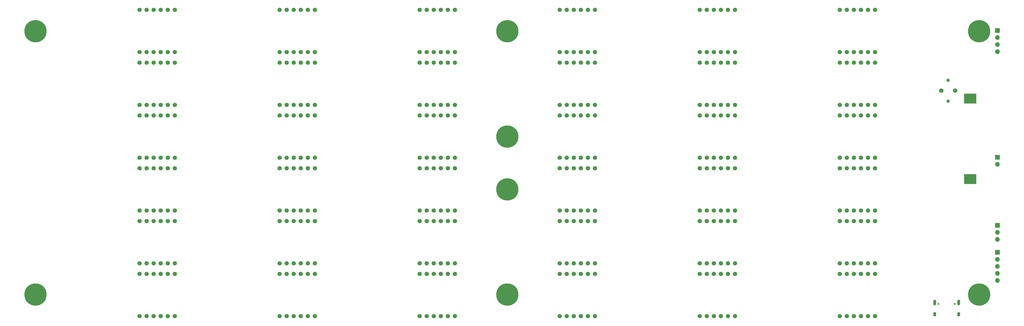
<source format=gbs>
%TF.GenerationSoftware,KiCad,Pcbnew,5.1.12-84ad8e8a86~92~ubuntu20.04.1*%
%TF.CreationDate,2022-07-11T23:01:20-05:00*%
%TF.ProjectId,kilosegment_clock,6b696c6f-7365-4676-9d65-6e745f636c6f,rev?*%
%TF.SameCoordinates,Original*%
%TF.FileFunction,Soldermask,Bot*%
%TF.FilePolarity,Negative*%
%FSLAX46Y46*%
G04 Gerber Fmt 4.6, Leading zero omitted, Abs format (unit mm)*
G04 Created by KiCad (PCBNEW 5.1.12-84ad8e8a86~92~ubuntu20.04.1) date 2022-07-11 23:01:20*
%MOMM*%
%LPD*%
G01*
G04 APERTURE LIST*
%ADD10C,1.550000*%
%ADD11O,1.000000X2.100000*%
%ADD12C,0.650000*%
%ADD13O,1.000000X1.600000*%
%ADD14C,8.000000*%
%ADD15O,1.700000X1.700000*%
%ADD16R,1.700000X1.700000*%
%ADD17R,4.500000X3.600000*%
%ADD18C,1.600000*%
%ADD19C,1.200000*%
G04 APERTURE END LIST*
D10*
%TO.C,D38*%
X324600000Y-141740000D03*
X322060000Y-141740000D03*
X319520000Y-141740000D03*
X327140000Y-141740000D03*
X316980000Y-141740000D03*
X329680000Y-141740000D03*
X316980000Y-126500000D03*
X329680000Y-126500000D03*
X327140000Y-126500000D03*
X324600000Y-126500000D03*
X319520000Y-126500000D03*
X322060000Y-126500000D03*
%TD*%
%TO.C,D37*%
X274150000Y-141740000D03*
X271610000Y-141740000D03*
X269070000Y-141740000D03*
X276690000Y-141740000D03*
X266530000Y-141740000D03*
X279230000Y-141740000D03*
X266530000Y-126500000D03*
X279230000Y-126500000D03*
X276690000Y-126500000D03*
X274150000Y-126500000D03*
X269070000Y-126500000D03*
X271610000Y-126500000D03*
%TD*%
%TO.C,D36*%
X324600000Y-122690000D03*
X322060000Y-122690000D03*
X319520000Y-122690000D03*
X327140000Y-122690000D03*
X316980000Y-122690000D03*
X329680000Y-122690000D03*
X316980000Y-107450000D03*
X329680000Y-107450000D03*
X327140000Y-107450000D03*
X324600000Y-107450000D03*
X319520000Y-107450000D03*
X322060000Y-107450000D03*
%TD*%
%TO.C,D35*%
X274150000Y-122690000D03*
X271610000Y-122690000D03*
X269070000Y-122690000D03*
X276690000Y-122690000D03*
X266530000Y-122690000D03*
X279230000Y-122690000D03*
X266530000Y-107450000D03*
X279230000Y-107450000D03*
X276690000Y-107450000D03*
X274150000Y-107450000D03*
X269070000Y-107450000D03*
X271610000Y-107450000D03*
%TD*%
%TO.C,D34*%
X324600000Y-103640000D03*
X322060000Y-103640000D03*
X319520000Y-103640000D03*
X327140000Y-103640000D03*
X316980000Y-103640000D03*
X329680000Y-103640000D03*
X316980000Y-88400000D03*
X329680000Y-88400000D03*
X327140000Y-88400000D03*
X324600000Y-88400000D03*
X319520000Y-88400000D03*
X322060000Y-88400000D03*
%TD*%
%TO.C,D33*%
X274150000Y-103640000D03*
X271610000Y-103640000D03*
X269070000Y-103640000D03*
X276690000Y-103640000D03*
X266530000Y-103640000D03*
X279230000Y-103640000D03*
X266530000Y-88400000D03*
X279230000Y-88400000D03*
X276690000Y-88400000D03*
X274150000Y-88400000D03*
X269070000Y-88400000D03*
X271610000Y-88400000D03*
%TD*%
%TO.C,D32*%
X324600000Y-84590000D03*
X322060000Y-84590000D03*
X319520000Y-84590000D03*
X327140000Y-84590000D03*
X316980000Y-84590000D03*
X329680000Y-84590000D03*
X316980000Y-69350000D03*
X329680000Y-69350000D03*
X327140000Y-69350000D03*
X324600000Y-69350000D03*
X319520000Y-69350000D03*
X322060000Y-69350000D03*
%TD*%
%TO.C,D31*%
X274150000Y-84590000D03*
X271610000Y-84590000D03*
X269070000Y-84590000D03*
X276690000Y-84590000D03*
X266530000Y-84590000D03*
X279230000Y-84590000D03*
X266530000Y-69350000D03*
X279230000Y-69350000D03*
X276690000Y-69350000D03*
X274150000Y-69350000D03*
X269070000Y-69350000D03*
X271610000Y-69350000D03*
%TD*%
%TO.C,D30*%
X324600000Y-65540000D03*
X322060000Y-65540000D03*
X319520000Y-65540000D03*
X327140000Y-65540000D03*
X316980000Y-65540000D03*
X329680000Y-65540000D03*
X316980000Y-50300000D03*
X329680000Y-50300000D03*
X327140000Y-50300000D03*
X324600000Y-50300000D03*
X319520000Y-50300000D03*
X322060000Y-50300000D03*
%TD*%
%TO.C,D29*%
X274150000Y-65540000D03*
X271610000Y-65540000D03*
X269070000Y-65540000D03*
X276690000Y-65540000D03*
X266530000Y-65540000D03*
X279230000Y-65540000D03*
X266530000Y-50300000D03*
X279230000Y-50300000D03*
X276690000Y-50300000D03*
X274150000Y-50300000D03*
X269070000Y-50300000D03*
X271610000Y-50300000D03*
%TD*%
%TO.C,D28*%
X324600000Y-46490000D03*
X322060000Y-46490000D03*
X319520000Y-46490000D03*
X327140000Y-46490000D03*
X316980000Y-46490000D03*
X329680000Y-46490000D03*
X316980000Y-31250000D03*
X329680000Y-31250000D03*
X327140000Y-31250000D03*
X324600000Y-31250000D03*
X319520000Y-31250000D03*
X322060000Y-31250000D03*
%TD*%
%TO.C,D27*%
X274150000Y-46490000D03*
X271610000Y-46490000D03*
X269070000Y-46490000D03*
X276690000Y-46490000D03*
X266530000Y-46490000D03*
X279230000Y-46490000D03*
X266530000Y-31250000D03*
X279230000Y-31250000D03*
X276690000Y-31250000D03*
X274150000Y-31250000D03*
X269070000Y-31250000D03*
X271610000Y-31250000D03*
%TD*%
%TO.C,D26*%
X223700000Y-141740000D03*
X221160000Y-141740000D03*
X218620000Y-141740000D03*
X226240000Y-141740000D03*
X216080000Y-141740000D03*
X228780000Y-141740000D03*
X216080000Y-126500000D03*
X228780000Y-126500000D03*
X226240000Y-126500000D03*
X223700000Y-126500000D03*
X218620000Y-126500000D03*
X221160000Y-126500000D03*
%TD*%
%TO.C,D25*%
X173250000Y-141740000D03*
X170710000Y-141740000D03*
X168170000Y-141740000D03*
X175790000Y-141740000D03*
X165630000Y-141740000D03*
X178330000Y-141740000D03*
X165630000Y-126500000D03*
X178330000Y-126500000D03*
X175790000Y-126500000D03*
X173250000Y-126500000D03*
X168170000Y-126500000D03*
X170710000Y-126500000D03*
%TD*%
%TO.C,D24*%
X122800000Y-141740000D03*
X120260000Y-141740000D03*
X117720000Y-141740000D03*
X125340000Y-141740000D03*
X115180000Y-141740000D03*
X127880000Y-141740000D03*
X115180000Y-126500000D03*
X127880000Y-126500000D03*
X125340000Y-126500000D03*
X122800000Y-126500000D03*
X117720000Y-126500000D03*
X120260000Y-126500000D03*
%TD*%
%TO.C,D23*%
X72350000Y-141740000D03*
X69810000Y-141740000D03*
X67270000Y-141740000D03*
X74890000Y-141740000D03*
X64730000Y-141740000D03*
X77430000Y-141740000D03*
X64730000Y-126500000D03*
X77430000Y-126500000D03*
X74890000Y-126500000D03*
X72350000Y-126500000D03*
X67270000Y-126500000D03*
X69810000Y-126500000D03*
%TD*%
%TO.C,D22*%
X223700000Y-122690000D03*
X221160000Y-122690000D03*
X218620000Y-122690000D03*
X226240000Y-122690000D03*
X216080000Y-122690000D03*
X228780000Y-122690000D03*
X216080000Y-107450000D03*
X228780000Y-107450000D03*
X226240000Y-107450000D03*
X223700000Y-107450000D03*
X218620000Y-107450000D03*
X221160000Y-107450000D03*
%TD*%
%TO.C,D21*%
X173250000Y-122690000D03*
X170710000Y-122690000D03*
X168170000Y-122690000D03*
X175790000Y-122690000D03*
X165630000Y-122690000D03*
X178330000Y-122690000D03*
X165630000Y-107450000D03*
X178330000Y-107450000D03*
X175790000Y-107450000D03*
X173250000Y-107450000D03*
X168170000Y-107450000D03*
X170710000Y-107450000D03*
%TD*%
%TO.C,D20*%
X122800000Y-122690000D03*
X120260000Y-122690000D03*
X117720000Y-122690000D03*
X125340000Y-122690000D03*
X115180000Y-122690000D03*
X127880000Y-122690000D03*
X115180000Y-107450000D03*
X127880000Y-107450000D03*
X125340000Y-107450000D03*
X122800000Y-107450000D03*
X117720000Y-107450000D03*
X120260000Y-107450000D03*
%TD*%
%TO.C,D19*%
X72350000Y-122690000D03*
X69810000Y-122690000D03*
X67270000Y-122690000D03*
X74890000Y-122690000D03*
X64730000Y-122690000D03*
X77430000Y-122690000D03*
X64730000Y-107450000D03*
X77430000Y-107450000D03*
X74890000Y-107450000D03*
X72350000Y-107450000D03*
X67270000Y-107450000D03*
X69810000Y-107450000D03*
%TD*%
%TO.C,D18*%
X223700000Y-103640000D03*
X221160000Y-103640000D03*
X218620000Y-103640000D03*
X226240000Y-103640000D03*
X216080000Y-103640000D03*
X228780000Y-103640000D03*
X216080000Y-88400000D03*
X228780000Y-88400000D03*
X226240000Y-88400000D03*
X223700000Y-88400000D03*
X218620000Y-88400000D03*
X221160000Y-88400000D03*
%TD*%
%TO.C,D17*%
X173250000Y-103640000D03*
X170710000Y-103640000D03*
X168170000Y-103640000D03*
X175790000Y-103640000D03*
X165630000Y-103640000D03*
X178330000Y-103640000D03*
X165630000Y-88400000D03*
X178330000Y-88400000D03*
X175790000Y-88400000D03*
X173250000Y-88400000D03*
X168170000Y-88400000D03*
X170710000Y-88400000D03*
%TD*%
%TO.C,D16*%
X122800000Y-103640000D03*
X120260000Y-103640000D03*
X117720000Y-103640000D03*
X125340000Y-103640000D03*
X115180000Y-103640000D03*
X127880000Y-103640000D03*
X115180000Y-88400000D03*
X127880000Y-88400000D03*
X125340000Y-88400000D03*
X122800000Y-88400000D03*
X117720000Y-88400000D03*
X120260000Y-88400000D03*
%TD*%
%TO.C,D15*%
X72350000Y-103640000D03*
X69810000Y-103640000D03*
X67270000Y-103640000D03*
X74890000Y-103640000D03*
X64730000Y-103640000D03*
X77430000Y-103640000D03*
X64730000Y-88400000D03*
X77430000Y-88400000D03*
X74890000Y-88400000D03*
X72350000Y-88400000D03*
X67270000Y-88400000D03*
X69810000Y-88400000D03*
%TD*%
%TO.C,D14*%
X223700000Y-84590000D03*
X221160000Y-84590000D03*
X218620000Y-84590000D03*
X226240000Y-84590000D03*
X216080000Y-84590000D03*
X228780000Y-84590000D03*
X216080000Y-69350000D03*
X228780000Y-69350000D03*
X226240000Y-69350000D03*
X223700000Y-69350000D03*
X218620000Y-69350000D03*
X221160000Y-69350000D03*
%TD*%
%TO.C,D13*%
X173250000Y-84590000D03*
X170710000Y-84590000D03*
X168170000Y-84590000D03*
X175790000Y-84590000D03*
X165630000Y-84590000D03*
X178330000Y-84590000D03*
X165630000Y-69350000D03*
X178330000Y-69350000D03*
X175790000Y-69350000D03*
X173250000Y-69350000D03*
X168170000Y-69350000D03*
X170710000Y-69350000D03*
%TD*%
%TO.C,D12*%
X122800000Y-84590000D03*
X120260000Y-84590000D03*
X117720000Y-84590000D03*
X125340000Y-84590000D03*
X115180000Y-84590000D03*
X127880000Y-84590000D03*
X115180000Y-69350000D03*
X127880000Y-69350000D03*
X125340000Y-69350000D03*
X122800000Y-69350000D03*
X117720000Y-69350000D03*
X120260000Y-69350000D03*
%TD*%
%TO.C,D11*%
X72350000Y-84590000D03*
X69810000Y-84590000D03*
X67270000Y-84590000D03*
X74890000Y-84590000D03*
X64730000Y-84590000D03*
X77430000Y-84590000D03*
X64730000Y-69350000D03*
X77430000Y-69350000D03*
X74890000Y-69350000D03*
X72350000Y-69350000D03*
X67270000Y-69350000D03*
X69810000Y-69350000D03*
%TD*%
%TO.C,D10*%
X223700000Y-65540000D03*
X221160000Y-65540000D03*
X218620000Y-65540000D03*
X226240000Y-65540000D03*
X216080000Y-65540000D03*
X228780000Y-65540000D03*
X216080000Y-50300000D03*
X228780000Y-50300000D03*
X226240000Y-50300000D03*
X223700000Y-50300000D03*
X218620000Y-50300000D03*
X221160000Y-50300000D03*
%TD*%
%TO.C,D9*%
X173250000Y-65540000D03*
X170710000Y-65540000D03*
X168170000Y-65540000D03*
X175790000Y-65540000D03*
X165630000Y-65540000D03*
X178330000Y-65540000D03*
X165630000Y-50300000D03*
X178330000Y-50300000D03*
X175790000Y-50300000D03*
X173250000Y-50300000D03*
X168170000Y-50300000D03*
X170710000Y-50300000D03*
%TD*%
%TO.C,D8*%
X122800000Y-65540000D03*
X120260000Y-65540000D03*
X117720000Y-65540000D03*
X125340000Y-65540000D03*
X115180000Y-65540000D03*
X127880000Y-65540000D03*
X115180000Y-50300000D03*
X127880000Y-50300000D03*
X125340000Y-50300000D03*
X122800000Y-50300000D03*
X117720000Y-50300000D03*
X120260000Y-50300000D03*
%TD*%
%TO.C,D7*%
X72350000Y-65540000D03*
X69810000Y-65540000D03*
X67270000Y-65540000D03*
X74890000Y-65540000D03*
X64730000Y-65540000D03*
X77430000Y-65540000D03*
X64730000Y-50300000D03*
X77430000Y-50300000D03*
X74890000Y-50300000D03*
X72350000Y-50300000D03*
X67270000Y-50300000D03*
X69810000Y-50300000D03*
%TD*%
%TO.C,D6*%
X223700000Y-46490000D03*
X221160000Y-46490000D03*
X218620000Y-46490000D03*
X226240000Y-46490000D03*
X216080000Y-46490000D03*
X228780000Y-46490000D03*
X216080000Y-31250000D03*
X228780000Y-31250000D03*
X226240000Y-31250000D03*
X223700000Y-31250000D03*
X218620000Y-31250000D03*
X221160000Y-31250000D03*
%TD*%
%TO.C,D5*%
X173250000Y-46490000D03*
X170710000Y-46490000D03*
X168170000Y-46490000D03*
X175790000Y-46490000D03*
X165630000Y-46490000D03*
X178330000Y-46490000D03*
X165630000Y-31250000D03*
X178330000Y-31250000D03*
X175790000Y-31250000D03*
X173250000Y-31250000D03*
X168170000Y-31250000D03*
X170710000Y-31250000D03*
%TD*%
%TO.C,D4*%
X122800000Y-46490000D03*
X120260000Y-46490000D03*
X117720000Y-46490000D03*
X125340000Y-46490000D03*
X115180000Y-46490000D03*
X127880000Y-46490000D03*
X115180000Y-31250000D03*
X127880000Y-31250000D03*
X125340000Y-31250000D03*
X122800000Y-31250000D03*
X117720000Y-31250000D03*
X120260000Y-31250000D03*
%TD*%
%TO.C,D3*%
X72350000Y-46490000D03*
X69810000Y-46490000D03*
X67270000Y-46490000D03*
X74890000Y-46490000D03*
X64730000Y-46490000D03*
X77430000Y-46490000D03*
X64730000Y-31250000D03*
X77430000Y-31250000D03*
X74890000Y-31250000D03*
X72350000Y-31250000D03*
X67270000Y-31250000D03*
X69810000Y-31250000D03*
%TD*%
D11*
%TO.C,J3*%
X359820000Y-136870000D03*
X351180000Y-136870000D03*
D12*
X352610000Y-137400000D03*
D13*
X351180000Y-141050000D03*
D12*
X358390000Y-137400000D03*
D13*
X359820000Y-141050000D03*
%TD*%
D14*
%TO.C,H4*%
X27200000Y-134000000D03*
%TD*%
D15*
%TO.C,J5*%
X373800000Y-86990000D03*
D16*
X373800000Y-84450000D03*
%TD*%
D17*
%TO.C,BT1*%
X364000000Y-63300000D03*
X364000000Y-92300000D03*
%TD*%
D14*
%TO.C,H10*%
X197200000Y-96000000D03*
%TD*%
%TO.C,H9*%
X197200000Y-77000000D03*
%TD*%
%TO.C,H6*%
X197200000Y-134000000D03*
%TD*%
%TO.C,H5*%
X367200000Y-134000000D03*
%TD*%
%TO.C,H3*%
X197200000Y-39000000D03*
%TD*%
%TO.C,H2*%
X27200000Y-39000000D03*
%TD*%
%TO.C,H1*%
X367200000Y-39000000D03*
%TD*%
D15*
%TO.C,J1*%
X373800000Y-114080000D03*
X373800000Y-111540000D03*
D16*
X373800000Y-109000000D03*
%TD*%
D18*
%TO.C,LS1*%
X353550000Y-60430000D03*
X358550000Y-60430000D03*
D19*
X356050000Y-56680000D03*
X356050000Y-64180000D03*
%TD*%
D15*
%TO.C,J4*%
X373800000Y-46320000D03*
X373800000Y-43780000D03*
X373800000Y-41240000D03*
D16*
X373800000Y-38700000D03*
%TD*%
D15*
%TO.C,J2*%
X373800000Y-128860000D03*
X373800000Y-126320000D03*
X373800000Y-123780000D03*
X373800000Y-121240000D03*
D16*
X373800000Y-118700000D03*
%TD*%
M02*

</source>
